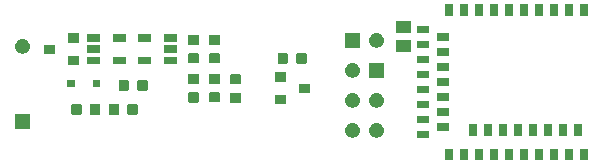
<source format=gts>
G04 #@! TF.GenerationSoftware,KiCad,Pcbnew,(5.1.5-0-10_14)*
G04 #@! TF.CreationDate,2020-11-04T07:04:41-07:00*
G04 #@! TF.ProjectId,NumDisciplineBLE,4e756d44-6973-4636-9970-6c696e65424c,rev?*
G04 #@! TF.SameCoordinates,Original*
G04 #@! TF.FileFunction,Soldermask,Top*
G04 #@! TF.FilePolarity,Negative*
%FSLAX46Y46*%
G04 Gerber Fmt 4.6, Leading zero omitted, Abs format (unit mm)*
G04 Created by KiCad (PCBNEW (5.1.5-0-10_14)) date 2020-11-04 07:04:41*
%MOMM*%
%LPD*%
G04 APERTURE LIST*
%ADD10C,0.100000*%
G04 APERTURE END LIST*
D10*
G36*
X142371000Y-45227000D02*
G01*
X141721000Y-45227000D01*
X141721000Y-44227000D01*
X142371000Y-44227000D01*
X142371000Y-45227000D01*
G37*
G36*
X141101000Y-45227000D02*
G01*
X140451000Y-45227000D01*
X140451000Y-44227000D01*
X141101000Y-44227000D01*
X141101000Y-45227000D01*
G37*
G36*
X139831000Y-45227000D02*
G01*
X139181000Y-45227000D01*
X139181000Y-44227000D01*
X139831000Y-44227000D01*
X139831000Y-45227000D01*
G37*
G36*
X138561000Y-45227000D02*
G01*
X137911000Y-45227000D01*
X137911000Y-44227000D01*
X138561000Y-44227000D01*
X138561000Y-45227000D01*
G37*
G36*
X137291000Y-45227000D02*
G01*
X136641000Y-45227000D01*
X136641000Y-44227000D01*
X137291000Y-44227000D01*
X137291000Y-45227000D01*
G37*
G36*
X136021000Y-45227000D02*
G01*
X135371000Y-45227000D01*
X135371000Y-44227000D01*
X136021000Y-44227000D01*
X136021000Y-45227000D01*
G37*
G36*
X134751000Y-45227000D02*
G01*
X134101000Y-45227000D01*
X134101000Y-44227000D01*
X134751000Y-44227000D01*
X134751000Y-45227000D01*
G37*
G36*
X133481000Y-45227000D02*
G01*
X132831000Y-45227000D01*
X132831000Y-44227000D01*
X133481000Y-44227000D01*
X133481000Y-45227000D01*
G37*
G36*
X132211000Y-45227000D02*
G01*
X131561000Y-45227000D01*
X131561000Y-44227000D01*
X132211000Y-44227000D01*
X132211000Y-45227000D01*
G37*
G36*
X130941000Y-45227000D02*
G01*
X130291000Y-45227000D01*
X130291000Y-44227000D01*
X130941000Y-44227000D01*
X130941000Y-45227000D01*
G37*
G36*
X128897000Y-43353000D02*
G01*
X127897000Y-43353000D01*
X127897000Y-42703000D01*
X128897000Y-42703000D01*
X128897000Y-43353000D01*
G37*
G36*
X124645223Y-42061403D02*
G01*
X124697362Y-42083000D01*
X124760786Y-42109271D01*
X124864786Y-42178761D01*
X124953239Y-42267214D01*
X125022729Y-42371214D01*
X125070597Y-42486778D01*
X125095000Y-42609459D01*
X125095000Y-42734541D01*
X125070597Y-42857222D01*
X125022729Y-42972786D01*
X124953239Y-43076786D01*
X124864786Y-43165239D01*
X124760786Y-43234729D01*
X124703004Y-43258663D01*
X124645223Y-43282597D01*
X124522542Y-43307000D01*
X124397458Y-43307000D01*
X124274777Y-43282597D01*
X124216996Y-43258663D01*
X124159214Y-43234729D01*
X124055214Y-43165239D01*
X123966761Y-43076786D01*
X123897271Y-42972786D01*
X123849403Y-42857222D01*
X123825000Y-42734541D01*
X123825000Y-42609459D01*
X123849403Y-42486778D01*
X123897271Y-42371214D01*
X123966761Y-42267214D01*
X124055214Y-42178761D01*
X124159214Y-42109271D01*
X124222638Y-42083000D01*
X124274777Y-42061403D01*
X124397458Y-42037000D01*
X124522542Y-42037000D01*
X124645223Y-42061403D01*
G37*
G36*
X122613223Y-42061403D02*
G01*
X122665362Y-42083000D01*
X122728786Y-42109271D01*
X122832786Y-42178761D01*
X122921239Y-42267214D01*
X122990729Y-42371214D01*
X123038597Y-42486778D01*
X123063000Y-42609459D01*
X123063000Y-42734541D01*
X123038597Y-42857222D01*
X122990729Y-42972786D01*
X122921239Y-43076786D01*
X122832786Y-43165239D01*
X122728786Y-43234729D01*
X122671004Y-43258663D01*
X122613223Y-43282597D01*
X122490542Y-43307000D01*
X122365458Y-43307000D01*
X122242777Y-43282597D01*
X122184996Y-43258663D01*
X122127214Y-43234729D01*
X122023214Y-43165239D01*
X121934761Y-43076786D01*
X121865271Y-42972786D01*
X121817403Y-42857222D01*
X121793000Y-42734541D01*
X121793000Y-42609459D01*
X121817403Y-42486778D01*
X121865271Y-42371214D01*
X121934761Y-42267214D01*
X122023214Y-42178761D01*
X122127214Y-42109271D01*
X122190638Y-42083000D01*
X122242777Y-42061403D01*
X122365458Y-42037000D01*
X122490542Y-42037000D01*
X122613223Y-42061403D01*
G37*
G36*
X141863000Y-43149000D02*
G01*
X141213000Y-43149000D01*
X141213000Y-42149000D01*
X141863000Y-42149000D01*
X141863000Y-43149000D01*
G37*
G36*
X132973000Y-43149000D02*
G01*
X132323000Y-43149000D01*
X132323000Y-42149000D01*
X132973000Y-42149000D01*
X132973000Y-43149000D01*
G37*
G36*
X140593000Y-43149000D02*
G01*
X139943000Y-43149000D01*
X139943000Y-42149000D01*
X140593000Y-42149000D01*
X140593000Y-43149000D01*
G37*
G36*
X139323000Y-43149000D02*
G01*
X138673000Y-43149000D01*
X138673000Y-42149000D01*
X139323000Y-42149000D01*
X139323000Y-43149000D01*
G37*
G36*
X138053000Y-43149000D02*
G01*
X137403000Y-43149000D01*
X137403000Y-42149000D01*
X138053000Y-42149000D01*
X138053000Y-43149000D01*
G37*
G36*
X136783000Y-43149000D02*
G01*
X136133000Y-43149000D01*
X136133000Y-42149000D01*
X136783000Y-42149000D01*
X136783000Y-43149000D01*
G37*
G36*
X135513000Y-43149000D02*
G01*
X134863000Y-43149000D01*
X134863000Y-42149000D01*
X135513000Y-42149000D01*
X135513000Y-43149000D01*
G37*
G36*
X134243000Y-43149000D02*
G01*
X133593000Y-43149000D01*
X133593000Y-42149000D01*
X134243000Y-42149000D01*
X134243000Y-43149000D01*
G37*
G36*
X130608000Y-42720000D02*
G01*
X129608000Y-42720000D01*
X129608000Y-42070000D01*
X130608000Y-42070000D01*
X130608000Y-42720000D01*
G37*
G36*
X95123000Y-42545000D02*
G01*
X93853000Y-42545000D01*
X93853000Y-41275000D01*
X95123000Y-41275000D01*
X95123000Y-42545000D01*
G37*
G36*
X128897000Y-42083000D02*
G01*
X127897000Y-42083000D01*
X127897000Y-41433000D01*
X128897000Y-41433000D01*
X128897000Y-42083000D01*
G37*
G36*
X130608000Y-41450000D02*
G01*
X129608000Y-41450000D01*
X129608000Y-40800000D01*
X130608000Y-40800000D01*
X130608000Y-41450000D01*
G37*
G36*
X102546116Y-40422595D02*
G01*
X102575311Y-40431452D01*
X102602223Y-40445837D01*
X102625808Y-40465192D01*
X102645163Y-40488777D01*
X102659548Y-40515689D01*
X102668405Y-40544884D01*
X102672000Y-40581390D01*
X102672000Y-41206610D01*
X102668405Y-41243116D01*
X102659548Y-41272311D01*
X102645163Y-41299223D01*
X102625808Y-41322808D01*
X102602223Y-41342163D01*
X102575311Y-41356548D01*
X102546116Y-41365405D01*
X102509610Y-41369000D01*
X101959390Y-41369000D01*
X101922884Y-41365405D01*
X101893689Y-41356548D01*
X101866777Y-41342163D01*
X101843192Y-41322808D01*
X101823837Y-41299223D01*
X101809452Y-41272311D01*
X101800595Y-41243116D01*
X101797000Y-41206610D01*
X101797000Y-40581390D01*
X101800595Y-40544884D01*
X101809452Y-40515689D01*
X101823837Y-40488777D01*
X101843192Y-40465192D01*
X101866777Y-40445837D01*
X101893689Y-40431452D01*
X101922884Y-40422595D01*
X101959390Y-40419000D01*
X102509610Y-40419000D01*
X102546116Y-40422595D01*
G37*
G36*
X100946616Y-40422595D02*
G01*
X100975811Y-40431452D01*
X101002723Y-40445837D01*
X101026308Y-40465192D01*
X101045663Y-40488777D01*
X101060048Y-40515689D01*
X101068905Y-40544884D01*
X101072500Y-40581390D01*
X101072500Y-41206610D01*
X101068905Y-41243116D01*
X101060048Y-41272311D01*
X101045663Y-41299223D01*
X101026308Y-41322808D01*
X101002723Y-41342163D01*
X100975811Y-41356548D01*
X100946616Y-41365405D01*
X100910110Y-41369000D01*
X100359890Y-41369000D01*
X100323384Y-41365405D01*
X100294189Y-41356548D01*
X100267277Y-41342163D01*
X100243692Y-41322808D01*
X100224337Y-41299223D01*
X100209952Y-41272311D01*
X100201095Y-41243116D01*
X100197500Y-41206610D01*
X100197500Y-40581390D01*
X100201095Y-40544884D01*
X100209952Y-40515689D01*
X100224337Y-40488777D01*
X100243692Y-40465192D01*
X100267277Y-40445837D01*
X100294189Y-40431452D01*
X100323384Y-40422595D01*
X100359890Y-40419000D01*
X100910110Y-40419000D01*
X100946616Y-40422595D01*
G37*
G36*
X99371616Y-40422595D02*
G01*
X99400811Y-40431452D01*
X99427723Y-40445837D01*
X99451308Y-40465192D01*
X99470663Y-40488777D01*
X99485048Y-40515689D01*
X99493905Y-40544884D01*
X99497500Y-40581390D01*
X99497500Y-41206610D01*
X99493905Y-41243116D01*
X99485048Y-41272311D01*
X99470663Y-41299223D01*
X99451308Y-41322808D01*
X99427723Y-41342163D01*
X99400811Y-41356548D01*
X99371616Y-41365405D01*
X99335110Y-41369000D01*
X98784890Y-41369000D01*
X98748384Y-41365405D01*
X98719189Y-41356548D01*
X98692277Y-41342163D01*
X98668692Y-41322808D01*
X98649337Y-41299223D01*
X98634952Y-41272311D01*
X98626095Y-41243116D01*
X98622500Y-41206610D01*
X98622500Y-40581390D01*
X98626095Y-40544884D01*
X98634952Y-40515689D01*
X98649337Y-40488777D01*
X98668692Y-40465192D01*
X98692277Y-40445837D01*
X98719189Y-40431452D01*
X98748384Y-40422595D01*
X98784890Y-40419000D01*
X99335110Y-40419000D01*
X99371616Y-40422595D01*
G37*
G36*
X104121116Y-40422595D02*
G01*
X104150311Y-40431452D01*
X104177223Y-40445837D01*
X104200808Y-40465192D01*
X104220163Y-40488777D01*
X104234548Y-40515689D01*
X104243405Y-40544884D01*
X104247000Y-40581390D01*
X104247000Y-41206610D01*
X104243405Y-41243116D01*
X104234548Y-41272311D01*
X104220163Y-41299223D01*
X104200808Y-41322808D01*
X104177223Y-41342163D01*
X104150311Y-41356548D01*
X104121116Y-41365405D01*
X104084610Y-41369000D01*
X103534390Y-41369000D01*
X103497884Y-41365405D01*
X103468689Y-41356548D01*
X103441777Y-41342163D01*
X103418192Y-41322808D01*
X103398837Y-41299223D01*
X103384452Y-41272311D01*
X103375595Y-41243116D01*
X103372000Y-41206610D01*
X103372000Y-40581390D01*
X103375595Y-40544884D01*
X103384452Y-40515689D01*
X103398837Y-40488777D01*
X103418192Y-40465192D01*
X103441777Y-40445837D01*
X103468689Y-40431452D01*
X103497884Y-40422595D01*
X103534390Y-40419000D01*
X104084610Y-40419000D01*
X104121116Y-40422595D01*
G37*
G36*
X128897000Y-40813000D02*
G01*
X127897000Y-40813000D01*
X127897000Y-40163000D01*
X128897000Y-40163000D01*
X128897000Y-40813000D01*
G37*
G36*
X124645223Y-39521403D02*
G01*
X124697362Y-39543000D01*
X124760786Y-39569271D01*
X124864786Y-39638761D01*
X124953239Y-39727214D01*
X125022729Y-39831214D01*
X125022729Y-39831215D01*
X125070597Y-39946777D01*
X125095000Y-40069458D01*
X125095000Y-40194542D01*
X125070597Y-40317223D01*
X125046663Y-40375004D01*
X125022729Y-40432786D01*
X124953239Y-40536786D01*
X124864786Y-40625239D01*
X124760786Y-40694729D01*
X124703004Y-40718663D01*
X124645223Y-40742597D01*
X124522542Y-40767000D01*
X124397458Y-40767000D01*
X124274777Y-40742597D01*
X124216996Y-40718663D01*
X124159214Y-40694729D01*
X124055214Y-40625239D01*
X123966761Y-40536786D01*
X123897271Y-40432786D01*
X123873337Y-40375004D01*
X123849403Y-40317223D01*
X123825000Y-40194542D01*
X123825000Y-40069458D01*
X123849403Y-39946777D01*
X123897271Y-39831215D01*
X123897271Y-39831214D01*
X123966761Y-39727214D01*
X124055214Y-39638761D01*
X124159214Y-39569271D01*
X124222638Y-39543000D01*
X124274777Y-39521403D01*
X124397458Y-39497000D01*
X124522542Y-39497000D01*
X124645223Y-39521403D01*
G37*
G36*
X122613223Y-39521403D02*
G01*
X122665362Y-39543000D01*
X122728786Y-39569271D01*
X122832786Y-39638761D01*
X122921239Y-39727214D01*
X122990729Y-39831214D01*
X122990729Y-39831215D01*
X123038597Y-39946777D01*
X123063000Y-40069458D01*
X123063000Y-40194542D01*
X123038597Y-40317223D01*
X123014663Y-40375004D01*
X122990729Y-40432786D01*
X122921239Y-40536786D01*
X122832786Y-40625239D01*
X122728786Y-40694729D01*
X122671004Y-40718663D01*
X122613223Y-40742597D01*
X122490542Y-40767000D01*
X122365458Y-40767000D01*
X122242777Y-40742597D01*
X122184996Y-40718663D01*
X122127214Y-40694729D01*
X122023214Y-40625239D01*
X121934761Y-40536786D01*
X121865271Y-40432786D01*
X121841337Y-40375004D01*
X121817403Y-40317223D01*
X121793000Y-40194542D01*
X121793000Y-40069458D01*
X121817403Y-39946777D01*
X121865271Y-39831215D01*
X121865271Y-39831214D01*
X121934761Y-39727214D01*
X122023214Y-39638761D01*
X122127214Y-39569271D01*
X122190638Y-39543000D01*
X122242777Y-39521403D01*
X122365458Y-39497000D01*
X122490542Y-39497000D01*
X122613223Y-39521403D01*
G37*
G36*
X116798000Y-40466000D02*
G01*
X115898000Y-40466000D01*
X115898000Y-39666000D01*
X116798000Y-39666000D01*
X116798000Y-40466000D01*
G37*
G36*
X112871116Y-39495095D02*
G01*
X112900311Y-39503952D01*
X112927223Y-39518337D01*
X112950808Y-39537692D01*
X112970163Y-39561277D01*
X112984548Y-39588189D01*
X112993405Y-39617384D01*
X112997000Y-39653890D01*
X112997000Y-40204110D01*
X112993405Y-40240616D01*
X112984548Y-40269811D01*
X112970163Y-40296723D01*
X112950808Y-40320308D01*
X112927223Y-40339663D01*
X112900311Y-40354048D01*
X112871116Y-40362905D01*
X112834610Y-40366500D01*
X112209390Y-40366500D01*
X112172884Y-40362905D01*
X112143689Y-40354048D01*
X112116777Y-40339663D01*
X112093192Y-40320308D01*
X112073837Y-40296723D01*
X112059452Y-40269811D01*
X112050595Y-40240616D01*
X112047000Y-40204110D01*
X112047000Y-39653890D01*
X112050595Y-39617384D01*
X112059452Y-39588189D01*
X112073837Y-39561277D01*
X112093192Y-39537692D01*
X112116777Y-39518337D01*
X112143689Y-39503952D01*
X112172884Y-39495095D01*
X112209390Y-39491500D01*
X112834610Y-39491500D01*
X112871116Y-39495095D01*
G37*
G36*
X109315116Y-39469595D02*
G01*
X109344311Y-39478452D01*
X109371223Y-39492837D01*
X109394808Y-39512192D01*
X109414163Y-39535777D01*
X109428548Y-39562689D01*
X109437405Y-39591884D01*
X109441000Y-39628390D01*
X109441000Y-40178610D01*
X109437405Y-40215116D01*
X109428548Y-40244311D01*
X109414163Y-40271223D01*
X109394808Y-40294808D01*
X109371223Y-40314163D01*
X109344311Y-40328548D01*
X109315116Y-40337405D01*
X109278610Y-40341000D01*
X108653390Y-40341000D01*
X108616884Y-40337405D01*
X108587689Y-40328548D01*
X108560777Y-40314163D01*
X108537192Y-40294808D01*
X108517837Y-40271223D01*
X108503452Y-40244311D01*
X108494595Y-40215116D01*
X108491000Y-40178610D01*
X108491000Y-39628390D01*
X108494595Y-39591884D01*
X108503452Y-39562689D01*
X108517837Y-39535777D01*
X108537192Y-39512192D01*
X108560777Y-39492837D01*
X108587689Y-39478452D01*
X108616884Y-39469595D01*
X108653390Y-39466000D01*
X109278610Y-39466000D01*
X109315116Y-39469595D01*
G37*
G36*
X111093116Y-39444095D02*
G01*
X111122311Y-39452952D01*
X111149223Y-39467337D01*
X111172808Y-39486692D01*
X111192163Y-39510277D01*
X111206548Y-39537189D01*
X111215405Y-39566384D01*
X111219000Y-39602890D01*
X111219000Y-40153110D01*
X111215405Y-40189616D01*
X111206548Y-40218811D01*
X111192163Y-40245723D01*
X111172808Y-40269308D01*
X111149223Y-40288663D01*
X111122311Y-40303048D01*
X111093116Y-40311905D01*
X111056610Y-40315500D01*
X110431390Y-40315500D01*
X110394884Y-40311905D01*
X110365689Y-40303048D01*
X110338777Y-40288663D01*
X110315192Y-40269308D01*
X110295837Y-40245723D01*
X110281452Y-40218811D01*
X110272595Y-40189616D01*
X110269000Y-40153110D01*
X110269000Y-39602890D01*
X110272595Y-39566384D01*
X110281452Y-39537189D01*
X110295837Y-39510277D01*
X110315192Y-39486692D01*
X110338777Y-39467337D01*
X110365689Y-39452952D01*
X110394884Y-39444095D01*
X110431390Y-39440500D01*
X111056610Y-39440500D01*
X111093116Y-39444095D01*
G37*
G36*
X130608000Y-40180000D02*
G01*
X129608000Y-40180000D01*
X129608000Y-39530000D01*
X130608000Y-39530000D01*
X130608000Y-40180000D01*
G37*
G36*
X128897000Y-39543000D02*
G01*
X127897000Y-39543000D01*
X127897000Y-38893000D01*
X128897000Y-38893000D01*
X128897000Y-39543000D01*
G37*
G36*
X118798000Y-39516000D02*
G01*
X117898000Y-39516000D01*
X117898000Y-38716000D01*
X118798000Y-38716000D01*
X118798000Y-39516000D01*
G37*
G36*
X103384116Y-38390595D02*
G01*
X103413311Y-38399452D01*
X103440223Y-38413837D01*
X103463808Y-38433192D01*
X103483163Y-38456777D01*
X103497548Y-38483689D01*
X103506405Y-38512884D01*
X103510000Y-38549390D01*
X103510000Y-39174610D01*
X103506405Y-39211116D01*
X103497548Y-39240311D01*
X103483163Y-39267223D01*
X103463808Y-39290808D01*
X103440223Y-39310163D01*
X103413311Y-39324548D01*
X103384116Y-39333405D01*
X103347610Y-39337000D01*
X102797390Y-39337000D01*
X102760884Y-39333405D01*
X102731689Y-39324548D01*
X102704777Y-39310163D01*
X102681192Y-39290808D01*
X102661837Y-39267223D01*
X102647452Y-39240311D01*
X102638595Y-39211116D01*
X102635000Y-39174610D01*
X102635000Y-38549390D01*
X102638595Y-38512884D01*
X102647452Y-38483689D01*
X102661837Y-38456777D01*
X102681192Y-38433192D01*
X102704777Y-38413837D01*
X102731689Y-38399452D01*
X102760884Y-38390595D01*
X102797390Y-38387000D01*
X103347610Y-38387000D01*
X103384116Y-38390595D01*
G37*
G36*
X104959116Y-38390595D02*
G01*
X104988311Y-38399452D01*
X105015223Y-38413837D01*
X105038808Y-38433192D01*
X105058163Y-38456777D01*
X105072548Y-38483689D01*
X105081405Y-38512884D01*
X105085000Y-38549390D01*
X105085000Y-39174610D01*
X105081405Y-39211116D01*
X105072548Y-39240311D01*
X105058163Y-39267223D01*
X105038808Y-39290808D01*
X105015223Y-39310163D01*
X104988311Y-39324548D01*
X104959116Y-39333405D01*
X104922610Y-39337000D01*
X104372390Y-39337000D01*
X104335884Y-39333405D01*
X104306689Y-39324548D01*
X104279777Y-39310163D01*
X104256192Y-39290808D01*
X104236837Y-39267223D01*
X104222452Y-39240311D01*
X104213595Y-39211116D01*
X104210000Y-39174610D01*
X104210000Y-38549390D01*
X104213595Y-38512884D01*
X104222452Y-38483689D01*
X104236837Y-38456777D01*
X104256192Y-38433192D01*
X104279777Y-38413837D01*
X104306689Y-38399452D01*
X104335884Y-38390595D01*
X104372390Y-38387000D01*
X104922610Y-38387000D01*
X104959116Y-38390595D01*
G37*
G36*
X101095000Y-39035000D02*
G01*
X100495000Y-39035000D01*
X100495000Y-38435000D01*
X101095000Y-38435000D01*
X101095000Y-39035000D01*
G37*
G36*
X98895000Y-39035000D02*
G01*
X98295000Y-39035000D01*
X98295000Y-38435000D01*
X98895000Y-38435000D01*
X98895000Y-39035000D01*
G37*
G36*
X130608000Y-38910000D02*
G01*
X129608000Y-38910000D01*
X129608000Y-38260000D01*
X130608000Y-38260000D01*
X130608000Y-38910000D01*
G37*
G36*
X112871116Y-37920095D02*
G01*
X112900311Y-37928952D01*
X112927223Y-37943337D01*
X112950808Y-37962692D01*
X112970163Y-37986277D01*
X112984548Y-38013189D01*
X112993405Y-38042384D01*
X112997000Y-38078890D01*
X112997000Y-38629110D01*
X112993405Y-38665616D01*
X112984548Y-38694811D01*
X112970163Y-38721723D01*
X112950808Y-38745308D01*
X112927223Y-38764663D01*
X112900311Y-38779048D01*
X112871116Y-38787905D01*
X112834610Y-38791500D01*
X112209390Y-38791500D01*
X112172884Y-38787905D01*
X112143689Y-38779048D01*
X112116777Y-38764663D01*
X112093192Y-38745308D01*
X112073837Y-38721723D01*
X112059452Y-38694811D01*
X112050595Y-38665616D01*
X112047000Y-38629110D01*
X112047000Y-38078890D01*
X112050595Y-38042384D01*
X112059452Y-38013189D01*
X112073837Y-37986277D01*
X112093192Y-37962692D01*
X112116777Y-37943337D01*
X112143689Y-37928952D01*
X112172884Y-37920095D01*
X112209390Y-37916500D01*
X112834610Y-37916500D01*
X112871116Y-37920095D01*
G37*
G36*
X109315116Y-37894595D02*
G01*
X109344311Y-37903452D01*
X109371223Y-37917837D01*
X109394808Y-37937192D01*
X109414163Y-37960777D01*
X109428548Y-37987689D01*
X109437405Y-38016884D01*
X109441000Y-38053390D01*
X109441000Y-38603610D01*
X109437405Y-38640116D01*
X109428548Y-38669311D01*
X109414163Y-38696223D01*
X109394808Y-38719808D01*
X109371223Y-38739163D01*
X109344311Y-38753548D01*
X109315116Y-38762405D01*
X109278610Y-38766000D01*
X108653390Y-38766000D01*
X108616884Y-38762405D01*
X108587689Y-38753548D01*
X108560777Y-38739163D01*
X108537192Y-38719808D01*
X108517837Y-38696223D01*
X108503452Y-38669311D01*
X108494595Y-38640116D01*
X108491000Y-38603610D01*
X108491000Y-38053390D01*
X108494595Y-38016884D01*
X108503452Y-37987689D01*
X108517837Y-37960777D01*
X108537192Y-37937192D01*
X108560777Y-37917837D01*
X108587689Y-37903452D01*
X108616884Y-37894595D01*
X108653390Y-37891000D01*
X109278610Y-37891000D01*
X109315116Y-37894595D01*
G37*
G36*
X111093116Y-37869095D02*
G01*
X111122311Y-37877952D01*
X111149223Y-37892337D01*
X111172808Y-37911692D01*
X111192163Y-37935277D01*
X111206548Y-37962189D01*
X111215405Y-37991384D01*
X111219000Y-38027890D01*
X111219000Y-38578110D01*
X111215405Y-38614616D01*
X111206548Y-38643811D01*
X111192163Y-38670723D01*
X111172808Y-38694308D01*
X111149223Y-38713663D01*
X111122311Y-38728048D01*
X111093116Y-38736905D01*
X111056610Y-38740500D01*
X110431390Y-38740500D01*
X110394884Y-38736905D01*
X110365689Y-38728048D01*
X110338777Y-38713663D01*
X110315192Y-38694308D01*
X110295837Y-38670723D01*
X110281452Y-38643811D01*
X110272595Y-38614616D01*
X110269000Y-38578110D01*
X110269000Y-38027890D01*
X110272595Y-37991384D01*
X110281452Y-37962189D01*
X110295837Y-37935277D01*
X110315192Y-37911692D01*
X110338777Y-37892337D01*
X110365689Y-37877952D01*
X110394884Y-37869095D01*
X110431390Y-37865500D01*
X111056610Y-37865500D01*
X111093116Y-37869095D01*
G37*
G36*
X116798000Y-38566000D02*
G01*
X115898000Y-38566000D01*
X115898000Y-37766000D01*
X116798000Y-37766000D01*
X116798000Y-38566000D01*
G37*
G36*
X128897000Y-38273000D02*
G01*
X127897000Y-38273000D01*
X127897000Y-37623000D01*
X128897000Y-37623000D01*
X128897000Y-38273000D01*
G37*
G36*
X122613223Y-36981403D02*
G01*
X122665362Y-37003000D01*
X122728786Y-37029271D01*
X122832786Y-37098761D01*
X122921239Y-37187214D01*
X122990729Y-37291214D01*
X123038597Y-37406778D01*
X123063000Y-37529459D01*
X123063000Y-37654541D01*
X123038597Y-37777222D01*
X122990729Y-37892786D01*
X122921239Y-37996786D01*
X122832786Y-38085239D01*
X122728786Y-38154729D01*
X122671004Y-38178663D01*
X122613223Y-38202597D01*
X122490542Y-38227000D01*
X122365458Y-38227000D01*
X122242777Y-38202597D01*
X122184996Y-38178663D01*
X122127214Y-38154729D01*
X122023214Y-38085239D01*
X121934761Y-37996786D01*
X121865271Y-37892786D01*
X121817403Y-37777222D01*
X121793000Y-37654541D01*
X121793000Y-37529459D01*
X121817403Y-37406778D01*
X121865271Y-37291214D01*
X121934761Y-37187214D01*
X122023214Y-37098761D01*
X122127214Y-37029271D01*
X122190638Y-37003000D01*
X122242777Y-36981403D01*
X122365458Y-36957000D01*
X122490542Y-36957000D01*
X122613223Y-36981403D01*
G37*
G36*
X125095000Y-38227000D02*
G01*
X123825000Y-38227000D01*
X123825000Y-36957000D01*
X125095000Y-36957000D01*
X125095000Y-38227000D01*
G37*
G36*
X130608000Y-37640000D02*
G01*
X129608000Y-37640000D01*
X129608000Y-36990000D01*
X130608000Y-36990000D01*
X130608000Y-37640000D01*
G37*
G36*
X99240000Y-37164000D02*
G01*
X98340000Y-37164000D01*
X98340000Y-36364000D01*
X99240000Y-36364000D01*
X99240000Y-37164000D01*
G37*
G36*
X107548000Y-37089000D02*
G01*
X106488000Y-37089000D01*
X106488000Y-36439000D01*
X107548000Y-36439000D01*
X107548000Y-37089000D01*
G37*
G36*
X105348000Y-37089000D02*
G01*
X104288000Y-37089000D01*
X104288000Y-36439000D01*
X105348000Y-36439000D01*
X105348000Y-37089000D01*
G37*
G36*
X103230000Y-37089000D02*
G01*
X102170000Y-37089000D01*
X102170000Y-36439000D01*
X103230000Y-36439000D01*
X103230000Y-37089000D01*
G37*
G36*
X101030000Y-37089000D02*
G01*
X99970000Y-37089000D01*
X99970000Y-36439000D01*
X101030000Y-36439000D01*
X101030000Y-37089000D01*
G37*
G36*
X118421116Y-36104595D02*
G01*
X118450311Y-36113452D01*
X118477223Y-36127837D01*
X118500808Y-36147192D01*
X118520163Y-36170777D01*
X118534548Y-36197689D01*
X118543405Y-36226884D01*
X118547000Y-36263390D01*
X118547000Y-36888610D01*
X118543405Y-36925116D01*
X118534548Y-36954311D01*
X118520163Y-36981223D01*
X118500808Y-37004808D01*
X118477223Y-37024163D01*
X118450311Y-37038548D01*
X118421116Y-37047405D01*
X118384610Y-37051000D01*
X117834390Y-37051000D01*
X117797884Y-37047405D01*
X117768689Y-37038548D01*
X117741777Y-37024163D01*
X117718192Y-37004808D01*
X117698837Y-36981223D01*
X117684452Y-36954311D01*
X117675595Y-36925116D01*
X117672000Y-36888610D01*
X117672000Y-36263390D01*
X117675595Y-36226884D01*
X117684452Y-36197689D01*
X117698837Y-36170777D01*
X117718192Y-36147192D01*
X117741777Y-36127837D01*
X117768689Y-36113452D01*
X117797884Y-36104595D01*
X117834390Y-36101000D01*
X118384610Y-36101000D01*
X118421116Y-36104595D01*
G37*
G36*
X116846116Y-36104595D02*
G01*
X116875311Y-36113452D01*
X116902223Y-36127837D01*
X116925808Y-36147192D01*
X116945163Y-36170777D01*
X116959548Y-36197689D01*
X116968405Y-36226884D01*
X116972000Y-36263390D01*
X116972000Y-36888610D01*
X116968405Y-36925116D01*
X116959548Y-36954311D01*
X116945163Y-36981223D01*
X116925808Y-37004808D01*
X116902223Y-37024163D01*
X116875311Y-37038548D01*
X116846116Y-37047405D01*
X116809610Y-37051000D01*
X116259390Y-37051000D01*
X116222884Y-37047405D01*
X116193689Y-37038548D01*
X116166777Y-37024163D01*
X116143192Y-37004808D01*
X116123837Y-36981223D01*
X116109452Y-36954311D01*
X116100595Y-36925116D01*
X116097000Y-36888610D01*
X116097000Y-36263390D01*
X116100595Y-36226884D01*
X116109452Y-36197689D01*
X116123837Y-36170777D01*
X116143192Y-36147192D01*
X116166777Y-36127837D01*
X116193689Y-36113452D01*
X116222884Y-36104595D01*
X116259390Y-36101000D01*
X116809610Y-36101000D01*
X116846116Y-36104595D01*
G37*
G36*
X111093116Y-36142095D02*
G01*
X111122311Y-36150952D01*
X111149223Y-36165337D01*
X111172808Y-36184692D01*
X111192163Y-36208277D01*
X111206548Y-36235189D01*
X111215405Y-36264384D01*
X111219000Y-36300890D01*
X111219000Y-36851110D01*
X111215405Y-36887616D01*
X111206548Y-36916811D01*
X111192163Y-36943723D01*
X111172808Y-36967308D01*
X111149223Y-36986663D01*
X111122311Y-37001048D01*
X111093116Y-37009905D01*
X111056610Y-37013500D01*
X110431390Y-37013500D01*
X110394884Y-37009905D01*
X110365689Y-37001048D01*
X110338777Y-36986663D01*
X110315192Y-36967308D01*
X110295837Y-36943723D01*
X110281452Y-36916811D01*
X110272595Y-36887616D01*
X110269000Y-36851110D01*
X110269000Y-36300890D01*
X110272595Y-36264384D01*
X110281452Y-36235189D01*
X110295837Y-36208277D01*
X110315192Y-36184692D01*
X110338777Y-36165337D01*
X110365689Y-36150952D01*
X110394884Y-36142095D01*
X110431390Y-36138500D01*
X111056610Y-36138500D01*
X111093116Y-36142095D01*
G37*
G36*
X109315116Y-36142095D02*
G01*
X109344311Y-36150952D01*
X109371223Y-36165337D01*
X109394808Y-36184692D01*
X109414163Y-36208277D01*
X109428548Y-36235189D01*
X109437405Y-36264384D01*
X109441000Y-36300890D01*
X109441000Y-36851110D01*
X109437405Y-36887616D01*
X109428548Y-36916811D01*
X109414163Y-36943723D01*
X109394808Y-36967308D01*
X109371223Y-36986663D01*
X109344311Y-37001048D01*
X109315116Y-37009905D01*
X109278610Y-37013500D01*
X108653390Y-37013500D01*
X108616884Y-37009905D01*
X108587689Y-37001048D01*
X108560777Y-36986663D01*
X108537192Y-36967308D01*
X108517837Y-36943723D01*
X108503452Y-36916811D01*
X108494595Y-36887616D01*
X108491000Y-36851110D01*
X108491000Y-36300890D01*
X108494595Y-36264384D01*
X108503452Y-36235189D01*
X108517837Y-36208277D01*
X108537192Y-36184692D01*
X108560777Y-36165337D01*
X108587689Y-36150952D01*
X108616884Y-36142095D01*
X108653390Y-36138500D01*
X109278610Y-36138500D01*
X109315116Y-36142095D01*
G37*
G36*
X128897000Y-37003000D02*
G01*
X127897000Y-37003000D01*
X127897000Y-36353000D01*
X128897000Y-36353000D01*
X128897000Y-37003000D01*
G37*
G36*
X130608000Y-36370000D02*
G01*
X129608000Y-36370000D01*
X129608000Y-35720000D01*
X130608000Y-35720000D01*
X130608000Y-36370000D01*
G37*
G36*
X97240000Y-36214000D02*
G01*
X96340000Y-36214000D01*
X96340000Y-35414000D01*
X97240000Y-35414000D01*
X97240000Y-36214000D01*
G37*
G36*
X94673223Y-34949403D02*
G01*
X94731004Y-34973337D01*
X94788786Y-34997271D01*
X94892786Y-35066761D01*
X94981239Y-35155214D01*
X95050729Y-35259214D01*
X95069057Y-35303462D01*
X95098597Y-35374777D01*
X95123000Y-35497458D01*
X95123000Y-35622541D01*
X95098597Y-35745222D01*
X95050729Y-35860786D01*
X94981239Y-35964786D01*
X94892786Y-36053239D01*
X94788786Y-36122729D01*
X94752242Y-36137866D01*
X94673223Y-36170597D01*
X94550542Y-36195000D01*
X94425458Y-36195000D01*
X94302777Y-36170597D01*
X94223758Y-36137866D01*
X94187214Y-36122729D01*
X94083214Y-36053239D01*
X93994761Y-35964786D01*
X93925271Y-35860786D01*
X93877403Y-35745222D01*
X93853000Y-35622541D01*
X93853000Y-35497458D01*
X93877403Y-35374777D01*
X93906943Y-35303462D01*
X93925271Y-35259214D01*
X93994761Y-35155214D01*
X94083214Y-35066761D01*
X94187214Y-34997271D01*
X94244996Y-34973337D01*
X94302777Y-34949403D01*
X94425458Y-34925000D01*
X94550542Y-34925000D01*
X94673223Y-34949403D01*
G37*
G36*
X101030000Y-36139000D02*
G01*
X99970000Y-36139000D01*
X99970000Y-35489000D01*
X101030000Y-35489000D01*
X101030000Y-36139000D01*
G37*
G36*
X107548000Y-36139000D02*
G01*
X106488000Y-36139000D01*
X106488000Y-35489000D01*
X107548000Y-35489000D01*
X107548000Y-36139000D01*
G37*
G36*
X127346000Y-36060000D02*
G01*
X126146000Y-36060000D01*
X126146000Y-35060000D01*
X127346000Y-35060000D01*
X127346000Y-36060000D01*
G37*
G36*
X128897000Y-35733000D02*
G01*
X127897000Y-35733000D01*
X127897000Y-35083000D01*
X128897000Y-35083000D01*
X128897000Y-35733000D01*
G37*
G36*
X124645223Y-34441403D02*
G01*
X124697362Y-34463000D01*
X124760786Y-34489271D01*
X124864786Y-34558761D01*
X124953239Y-34647214D01*
X125022729Y-34751214D01*
X125022729Y-34751215D01*
X125070597Y-34866777D01*
X125095000Y-34989458D01*
X125095000Y-35114542D01*
X125070597Y-35237222D01*
X125022729Y-35352786D01*
X124953239Y-35456786D01*
X124864786Y-35545239D01*
X124760786Y-35614729D01*
X124703004Y-35638663D01*
X124645223Y-35662597D01*
X124522542Y-35687000D01*
X124397458Y-35687000D01*
X124274777Y-35662597D01*
X124216996Y-35638663D01*
X124159214Y-35614729D01*
X124055214Y-35545239D01*
X123966761Y-35456786D01*
X123897271Y-35352786D01*
X123849403Y-35237222D01*
X123825000Y-35114542D01*
X123825000Y-34989458D01*
X123849403Y-34866777D01*
X123897271Y-34751215D01*
X123897271Y-34751214D01*
X123966761Y-34647214D01*
X124055214Y-34558761D01*
X124159214Y-34489271D01*
X124222638Y-34463000D01*
X124274777Y-34441403D01*
X124397458Y-34417000D01*
X124522542Y-34417000D01*
X124645223Y-34441403D01*
G37*
G36*
X123063000Y-35687000D02*
G01*
X121793000Y-35687000D01*
X121793000Y-34417000D01*
X123063000Y-34417000D01*
X123063000Y-35687000D01*
G37*
G36*
X111093116Y-34567095D02*
G01*
X111122311Y-34575952D01*
X111149223Y-34590337D01*
X111172808Y-34609692D01*
X111192163Y-34633277D01*
X111206548Y-34660189D01*
X111215405Y-34689384D01*
X111219000Y-34725890D01*
X111219000Y-35276110D01*
X111215405Y-35312616D01*
X111206548Y-35341811D01*
X111192163Y-35368723D01*
X111172808Y-35392308D01*
X111149223Y-35411663D01*
X111122311Y-35426048D01*
X111093116Y-35434905D01*
X111056610Y-35438500D01*
X110431390Y-35438500D01*
X110394884Y-35434905D01*
X110365689Y-35426048D01*
X110338777Y-35411663D01*
X110315192Y-35392308D01*
X110295837Y-35368723D01*
X110281452Y-35341811D01*
X110272595Y-35312616D01*
X110269000Y-35276110D01*
X110269000Y-34725890D01*
X110272595Y-34689384D01*
X110281452Y-34660189D01*
X110295837Y-34633277D01*
X110315192Y-34609692D01*
X110338777Y-34590337D01*
X110365689Y-34575952D01*
X110394884Y-34567095D01*
X110431390Y-34563500D01*
X111056610Y-34563500D01*
X111093116Y-34567095D01*
G37*
G36*
X109315116Y-34567095D02*
G01*
X109344311Y-34575952D01*
X109371223Y-34590337D01*
X109394808Y-34609692D01*
X109414163Y-34633277D01*
X109428548Y-34660189D01*
X109437405Y-34689384D01*
X109441000Y-34725890D01*
X109441000Y-35276110D01*
X109437405Y-35312616D01*
X109428548Y-35341811D01*
X109414163Y-35368723D01*
X109394808Y-35392308D01*
X109371223Y-35411663D01*
X109344311Y-35426048D01*
X109315116Y-35434905D01*
X109278610Y-35438500D01*
X108653390Y-35438500D01*
X108616884Y-35434905D01*
X108587689Y-35426048D01*
X108560777Y-35411663D01*
X108537192Y-35392308D01*
X108517837Y-35368723D01*
X108503452Y-35341811D01*
X108494595Y-35312616D01*
X108491000Y-35276110D01*
X108491000Y-34725890D01*
X108494595Y-34689384D01*
X108503452Y-34660189D01*
X108517837Y-34633277D01*
X108537192Y-34609692D01*
X108560777Y-34590337D01*
X108587689Y-34575952D01*
X108616884Y-34567095D01*
X108653390Y-34563500D01*
X109278610Y-34563500D01*
X109315116Y-34567095D01*
G37*
G36*
X99240000Y-35264000D02*
G01*
X98340000Y-35264000D01*
X98340000Y-34464000D01*
X99240000Y-34464000D01*
X99240000Y-35264000D01*
G37*
G36*
X107548000Y-35189000D02*
G01*
X106488000Y-35189000D01*
X106488000Y-34539000D01*
X107548000Y-34539000D01*
X107548000Y-35189000D01*
G37*
G36*
X101030000Y-35189000D02*
G01*
X99970000Y-35189000D01*
X99970000Y-34539000D01*
X101030000Y-34539000D01*
X101030000Y-35189000D01*
G37*
G36*
X103230000Y-35189000D02*
G01*
X102170000Y-35189000D01*
X102170000Y-34539000D01*
X103230000Y-34539000D01*
X103230000Y-35189000D01*
G37*
G36*
X105348000Y-35189000D02*
G01*
X104288000Y-35189000D01*
X104288000Y-34539000D01*
X105348000Y-34539000D01*
X105348000Y-35189000D01*
G37*
G36*
X130608000Y-35100000D02*
G01*
X129608000Y-35100000D01*
X129608000Y-34450000D01*
X130608000Y-34450000D01*
X130608000Y-35100000D01*
G37*
G36*
X128897000Y-34463000D02*
G01*
X127897000Y-34463000D01*
X127897000Y-33813000D01*
X128897000Y-33813000D01*
X128897000Y-34463000D01*
G37*
G36*
X127346000Y-34460000D02*
G01*
X126146000Y-34460000D01*
X126146000Y-33460000D01*
X127346000Y-33460000D01*
X127346000Y-34460000D01*
G37*
G36*
X130941000Y-32989000D02*
G01*
X130291000Y-32989000D01*
X130291000Y-31989000D01*
X130941000Y-31989000D01*
X130941000Y-32989000D01*
G37*
G36*
X132211000Y-32989000D02*
G01*
X131561000Y-32989000D01*
X131561000Y-31989000D01*
X132211000Y-31989000D01*
X132211000Y-32989000D01*
G37*
G36*
X137291000Y-32989000D02*
G01*
X136641000Y-32989000D01*
X136641000Y-31989000D01*
X137291000Y-31989000D01*
X137291000Y-32989000D01*
G37*
G36*
X134751000Y-32989000D02*
G01*
X134101000Y-32989000D01*
X134101000Y-31989000D01*
X134751000Y-31989000D01*
X134751000Y-32989000D01*
G37*
G36*
X136021000Y-32989000D02*
G01*
X135371000Y-32989000D01*
X135371000Y-31989000D01*
X136021000Y-31989000D01*
X136021000Y-32989000D01*
G37*
G36*
X133481000Y-32989000D02*
G01*
X132831000Y-32989000D01*
X132831000Y-31989000D01*
X133481000Y-31989000D01*
X133481000Y-32989000D01*
G37*
G36*
X138561000Y-32989000D02*
G01*
X137911000Y-32989000D01*
X137911000Y-31989000D01*
X138561000Y-31989000D01*
X138561000Y-32989000D01*
G37*
G36*
X139831000Y-32989000D02*
G01*
X139181000Y-32989000D01*
X139181000Y-31989000D01*
X139831000Y-31989000D01*
X139831000Y-32989000D01*
G37*
G36*
X141101000Y-32989000D02*
G01*
X140451000Y-32989000D01*
X140451000Y-31989000D01*
X141101000Y-31989000D01*
X141101000Y-32989000D01*
G37*
G36*
X142371000Y-32989000D02*
G01*
X141721000Y-32989000D01*
X141721000Y-31989000D01*
X142371000Y-31989000D01*
X142371000Y-32989000D01*
G37*
M02*

</source>
